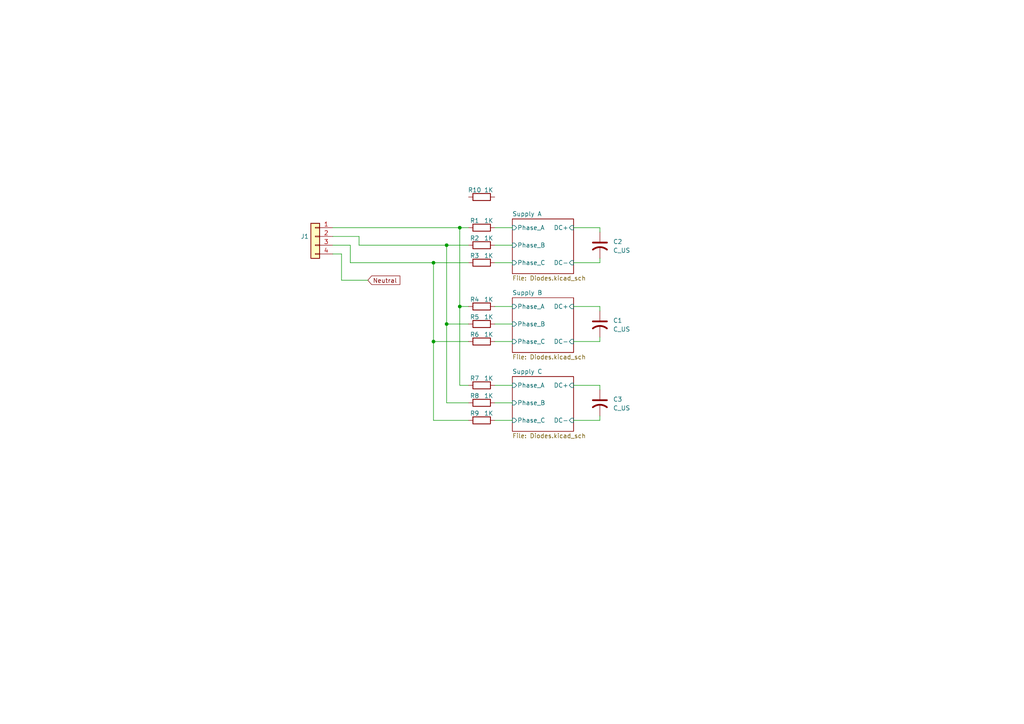
<source format=kicad_sch>
(kicad_sch (version 20250114) (generator "eeschema") (generator_version "9.0")
  (paper "A4")
  (lib_symbols
    (symbol "Connector_Generic:Conn_01x04" (pin_names (offset 1.016) (hide yes))
      (property "Reference" "J" (at 0 5.08 0))
      (property "Value" "Conn_01x04" (at 0 -7.62 0))
      (symbol "Conn_01x04_1_1"
        (rectangle (start -1.27 3.81) (end 1.27 -6.35) (stroke (width 0.254)) (fill (type background)))
        (rectangle (start -1.27 2.667) (end 0 2.413) (stroke (width 0.1524)))
        (rectangle (start -1.27 0.127) (end 0 -0.127) (stroke (width 0.1524)))
        (rectangle (start -1.27 -2.413) (end 0 -2.667) (stroke (width 0.1524)))
        (rectangle (start -1.27 -4.953) (end 0 -5.207) (stroke (width 0.1524)))
        (pin passive line (at -5.08 2.54 0) (length 3.81) (name "Pin_1") (number "1"))
        (pin passive line (at -5.08 0 0) (length 3.81) (name "Pin_2") (number "2"))
        (pin passive line (at -5.08 -2.54 0) (length 3.81) (name "Pin_3") (number "3"))
        (pin passive line (at -5.08 -5.08 0) (length 3.81) (name "Pin_4") (number "4"))
      )
    )
    (symbol "Device:C_US" (pin_numbers (hide yes)) (pin_names (offset 0.254) (hide yes))
      (property "Reference" "C" (at 0.635 2.54 0))
      (property "Value" "C_US" (at 0.635 -2.54 0))
      (symbol "C_US_0_1"
        (polyline (pts (xy -2.032 0.762) (xy 2.032 0.762)) (stroke (width 0.508)))
        (arc (start -2.032 -1.27) (mid 0 -0.5572) (end 2.032 -1.27) (stroke (width 0.508)))
      )
      (symbol "C_US_1_1"
        (pin passive line (at 0 3.81 270) (length 2.794) (name "~") (number "1"))
        (pin passive line (at 0 -3.81 90) (length 3.302) (name "~") (number "2"))
      )
    )
    (symbol "Device:R" (pin_numbers (hide yes)) (pin_names (offset 0))
      (property "Reference" "R" (at 2.032 0 90))
      (property "Value" "R" (at 0 0 90))
      (symbol "R_0_1"
        (rectangle (start -1.016 -2.54) (end 1.016 2.54) (stroke (width 0.254)))
      )
      (symbol "R_1_1"
        (pin passive line (at 0 3.81 270) (length 1.27) (name "~") (number "1"))
        (pin passive line (at 0 -3.81 90) (length 1.27) (name "~") (number "2"))
      )
    )
  )
  (junction (at 125.73 99.06))
  (junction (at 133.35 66.04))
  (junction (at 129.54 93.98))
  (junction (at 125.73 76.2))
  (junction (at 133.35 88.9))
  (junction (at 129.54 71.12))
  (wire (pts (xy 173.99 120.65) (xy 173.99 121.92)))
  (wire (pts (xy 143.51 99.06) (xy 148.59 99.06)))
  (wire (pts (xy 101.6 71.12) (xy 101.6 76.2)))
  (wire (pts (xy 125.73 76.2) (xy 135.89 76.2)))
  (wire (pts (xy 96.52 71.12) (xy 101.6 71.12)))
  (wire (pts (xy 129.54 93.98) (xy 135.89 93.98)))
  (wire (pts (xy 125.73 121.92) (xy 135.89 121.92)))
  (wire (pts (xy 99.06 73.66) (xy 96.52 73.66)))
  (wire (pts (xy 104.14 68.58) (xy 104.14 71.12)))
  (wire (pts (xy 125.73 76.2) (xy 125.73 99.06)))
  (wire (pts (xy 166.37 88.9) (xy 173.99 88.9)))
  (wire (pts (xy 104.14 71.12) (xy 129.54 71.12)))
  (wire (pts (xy 133.35 88.9) (xy 133.35 111.76)))
  (wire (pts (xy 166.37 121.92) (xy 173.99 121.92)))
  (wire (pts (xy 143.51 93.98) (xy 148.59 93.98)))
  (wire (pts (xy 143.51 111.76) (xy 148.59 111.76)))
  (wire (pts (xy 166.37 66.04) (xy 174.0027 66.04)))
  (wire (pts (xy 166.37 111.76) (xy 173.99 111.76)))
  (wire (pts (xy 99.06 81.28) (xy 106.68 81.28)))
  (wire (pts (xy 174.0027 66.04) (xy 174.0027 67.31)))
  (wire (pts (xy 129.54 71.12) (xy 129.54 93.98)))
  (wire (pts (xy 96.52 68.58) (xy 104.14 68.58)))
  (wire (pts (xy 133.35 111.76) (xy 135.89 111.76)))
  (wire (pts (xy 143.51 71.12) (xy 148.59 71.12)))
  (wire (pts (xy 166.37 76.2) (xy 174.0027 76.2)))
  (wire (pts (xy 129.54 116.84) (xy 135.89 116.84)))
  (wire (pts (xy 125.73 99.06) (xy 125.73 121.92)))
  (wire (pts (xy 133.35 66.04) (xy 135.89 66.04)))
  (wire (pts (xy 96.52 66.04) (xy 133.35 66.04)))
  (wire (pts (xy 173.99 97.79) (xy 173.99 99.06)))
  (wire (pts (xy 143.51 88.9) (xy 148.59 88.9)))
  (wire (pts (xy 143.51 121.92) (xy 148.59 121.92)))
  (wire (pts (xy 174.0027 74.93) (xy 174.0027 76.2)))
  (wire (pts (xy 133.35 66.04) (xy 133.35 88.9)))
  (wire (pts (xy 133.35 88.9) (xy 135.89 88.9)))
  (wire (pts (xy 143.51 66.04) (xy 148.59 66.04)))
  (wire (pts (xy 173.99 88.9) (xy 173.99 90.17)))
  (wire (pts (xy 129.54 71.12) (xy 135.89 71.12)))
  (wire (pts (xy 125.73 99.06) (xy 135.89 99.06)))
  (wire (pts (xy 143.51 116.84) (xy 148.59 116.84)))
  (wire (pts (xy 143.51 76.2) (xy 148.59 76.2)))
  (wire (pts (xy 173.99 111.76) (xy 173.99 113.03)))
  (wire (pts (xy 99.06 81.28) (xy 99.06 73.66)))
  (wire (pts (xy 166.37 99.06) (xy 173.99 99.06)))
  (wire (pts (xy 129.54 93.98) (xy 129.54 116.84)))
  (wire (pts (xy 101.6 76.2) (xy 125.73 76.2)))
  (global_label "Neutral" (shape input) (at 106.68 81.28 0) (property "Intersheetrefs" "${INTERSHEET_REFS}" (effects (hide yes))))
  (symbol (lib_id "Device:R") (at 139.7 66.04 90) (unit 1)
    (property "Reference" "R1" (at 137.668 64.008 90))
    (property "Value" "1K" (at 141.732 64.008 90))
    (property "Footprint" "Resistor_SMD:R_4020_10251Metric_Pad1.65x5.30mm_HandSolder" (effects (hide yes)))
    (property "Datasheet" "https://yageogroup.com/content/datasheet/asset/file/PYU-RC_GROUP_51_ROHS_L" (effects (hide yes)))
    (property "Description" "Resistor" (effects (hide yes)))
  )
  (symbol (lib_id "Device:R") (at 139.7 71.12 90) (unit 1)
    (property "Reference" "R2" (at 137.668 69.088 90))
    (property "Value" "1K" (at 141.732 69.088 90))
    (property "Footprint" "Resistor_SMD:R_4020_10251Metric_Pad1.65x5.30mm_HandSolder" (effects (hide yes)))
    (property "Datasheet" "https://yageogroup.com/content/datasheet/asset/file/PYU-RC_GROUP_51_ROHS_L" (effects (hide yes)))
    (property "Description" "Resistor" (effects (hide yes)))
  )
  (symbol (lib_id "Device:R") (at 139.7 93.98 90) (unit 1)
    (property "Reference" "R5" (at 137.668 91.948 90))
    (property "Value" "1K" (at 141.732 91.948 90))
    (property "Footprint" "Resistor_SMD:R_4020_10251Metric_Pad1.65x5.30mm_HandSolder" (effects (hide yes)))
    (property "Datasheet" "https://www.seielect.com/catalog/SEI-CF_CFM.pdf" (effects (hide yes)))
    (property "Description" "Resistor" (effects (hide yes)))
  )
  (symbol (lib_id "Device:R") (at 139.7 57.15 90) (unit 1)
    (property "Reference" "R10" (at 137.668 55.118 90))
    (property "Value" "1K" (at 141.732 55.118 90))
    (property "Datasheet" "https://www.koaspeer.com/pdfs/RC.pdf" (effects (hide yes)))
    (property "Description" "Resistor" (effects (hide yes)))
  )
  (symbol (lib_id "Device:C_US") (at 174.0027 71.12 0) (unit 1)
    (property "Reference" "C2" (at 177.8127 70.1039 0) (effects (justify left)))
    (property "Value" "C_US" (at 177.8127 72.6439 0) (effects (justify left)))
    (property "Footprint" "Capacitor_SMD:CP_Elec_18x22" (effects (hide yes)))
    (property "Description" "capacitor, US symbol" (effects (hide yes)))
  )
  (symbol (lib_id "Device:R") (at 139.7 111.76 90) (unit 1)
    (property "Reference" "R7" (at 137.668 109.728 90))
    (property "Value" "1K" (at 141.732 109.728 90))
    (property "Footprint" "Resistor_SMD:R_4020_10251Metric_Pad1.65x5.30mm_HandSolder" (effects (hide yes)))
    (property "Datasheet" "https://www.ohmite.com/assets/images/res-ox-oy-rev-7.23.pdf" (effects (hide yes)))
    (property "Description" "Resistor" (effects (hide yes)))
  )
  (symbol (lib_id "Device:R") (at 139.7 88.9 90) (unit 1)
    (property "Reference" "R4" (at 137.668 86.868 90))
    (property "Value" "1K" (at 141.732 86.868 90))
    (property "Footprint" "Resistor_SMD:R_4020_10251Metric_Pad1.65x5.30mm_HandSolder" (effects (hide yes)))
    (property "Datasheet" "https://www.seielect.com/catalog/SEI-CF_CFM.pdf" (effects (hide yes)))
    (property "Description" "Resistor" (effects (hide yes)))
  )
  (symbol (lib_id "Connector_Generic:Conn_01x04") (at 91.44 68.58 0) (mirror y) (unit 1)
    (property "Reference" "J1" (at 88.392 68.58 0))
    (property "Value" "Conn_01x01" (effects (hide yes)))
    (property "Footprint" "Connector_Phoenix_MC:PhoenixContact_MCV_1,5_4-GF-3.5_1x04_P3.50mm_Vertical_ThreadedFlange" (effects (hide yes)))
    (property "Description" "Generic connector, single row, 01x04, script generated (kicad-library-utils/schlib/autogen/connector/)" (effects (hide yes)))
  )
  (symbol (lib_id "Device:R") (at 139.7 121.92 90) (unit 1)
    (property "Reference" "R9" (at 137.668 119.888 90))
    (property "Value" "1K" (at 141.732 119.888 90))
    (property "Footprint" "Resistor_SMD:R_4020_10251Metric_Pad1.65x5.30mm_HandSolder" (effects (hide yes)))
    (property "Datasheet" "https://www.digikey.com/en/models/823904?tab=ultralibrarian" (effects (hide yes)))
    (property "Description" "Resistor" (effects (hide yes)))
  )
  (symbol (lib_id "Device:R") (at 139.7 76.2 90) (unit 1)
    (property "Reference" "R3" (at 137.668 74.168 90))
    (property "Value" "1K" (at 141.732 74.168 90))
    (property "Footprint" "Resistor_SMD:R_4020_10251Metric_Pad1.65x5.30mm_HandSolder" (effects (hide yes)))
    (property "Datasheet" "https://yageogroup.com/content/datasheet/asset/file/PYU-RC_GROUP_51_ROHS_L" (effects (hide yes)))
    (property "Description" "Resistor" (effects (hide yes)))
  )
  (symbol (lib_id "Device:R") (at 139.7 99.06 90) (unit 1)
    (property "Reference" "R6" (at 137.668 97.028 90))
    (property "Value" "1K" (at 141.732 97.028 90))
    (property "Footprint" "Resistor_SMD:R_4020_10251Metric_Pad1.65x5.30mm_HandSolder" (effects (hide yes)))
    (property "Datasheet" "https://www.seielect.com/catalog/SEI-CF_CFM.pdf" (effects (hide yes)))
    (property "Description" "Resistor" (effects (hide yes)))
  )
  (symbol (lib_id "Device:C_US") (at 173.99 93.98 0) (unit 1)
    (property "Reference" "C1" (at 177.8 92.9639 0) (effects (justify left)))
    (property "Value" "C_US" (at 177.8 95.5039 0) (effects (justify left)))
    (property "Footprint" "Capacitor_SMD:CP_Elec_18x22" (effects (hide yes)))
    (property "Description" "capacitor, US symbol" (effects (hide yes)))
  )
  (symbol (lib_id "Device:R") (at 139.7 116.84 90) (unit 1)
    (property "Reference" "R8" (at 137.668 114.808 90))
    (property "Value" "1K" (at 141.732 114.808 90))
    (property "Footprint" "Resistor_SMD:R_4020_10251Metric_Pad1.65x5.30mm_HandSolder" (effects (hide yes)))
    (property "Datasheet" "https://www.ohmite.com/assets/images/res-ox-oy-rev-7.23.pdf" (effects (hide yes)))
    (property "Description" "Resistor" (effects (hide yes)))
  )
  (symbol (lib_id "Device:C_US") (at 173.99 116.84 0) (unit 1)
    (property "Reference" "C3" (at 177.8 115.8239 0) (effects (justify left)))
    (property "Value" "C_US" (at 177.8 118.3639 0) (effects (justify left)))
    (property "Footprint" "Capacitor_SMD:CP_Elec_18x22" (effects (hide yes)))
    (property "Description" "capacitor, US symbol" (effects (hide yes)))
  )
  (sheet (at 148.59 63.5) (size 17.78 15.875) (stroke (width 0.1524))
    (property "Sheetname" "Supply A" (at 148.59 62.7884 0) (effects (justify left bottom)))
    (property "Sheetfile" "Diodes.kicad_sch" (at 148.59 79.9596 0) (effects (justify left top)))
    (pin "Phase_A" input (at 148.59 66.04 180))
    (pin "Phase_C" input (at 148.59 76.2 180))
    (pin "Phase_B" input (at 148.59 71.12 180))
    (pin "DC-" input (at 166.37 76.2 0))
    (pin "DC+" input (at 166.37 66.04 0))
  )
  (sheet (at 148.59 86.36) (size 17.78 15.875) (stroke (width 0.1524))
    (property "Sheetname" "Supply B" (at 148.59 85.6484 0) (effects (justify left bottom)))
    (property "Sheetfile" "Diodes.kicad_sch" (at 148.59 102.8196 0) (effects (justify left top)))
    (pin "Phase_A" input (at 148.59 88.9 180))
    (pin "Phase_C" input (at 148.59 99.06 180))
    (pin "Phase_B" input (at 148.59 93.98 180))
    (pin "DC-" input (at 166.37 99.06 0))
    (pin "DC+" input (at 166.37 88.9 0))
  )
  (sheet (at 148.59 109.22) (size 17.78 15.875) (stroke (width 0.1524))
    (property "Sheetname" "Supply C" (at 148.59 108.5084 0) (effects (justify left bottom)))
    (property "Sheetfile" "Diodes.kicad_sch" (at 148.59 125.6796 0) (effects (justify left top)))
    (pin "Phase_A" input (at 148.59 111.76 180))
    (pin "Phase_C" input (at 148.59 121.92 180))
    (pin "Phase_B" input (at 148.59 116.84 180))
    (pin "DC-" input (at 166.37 121.92 0))
    (pin "DC+" input (at 166.37 111.76 0))
  )
)
</source>
